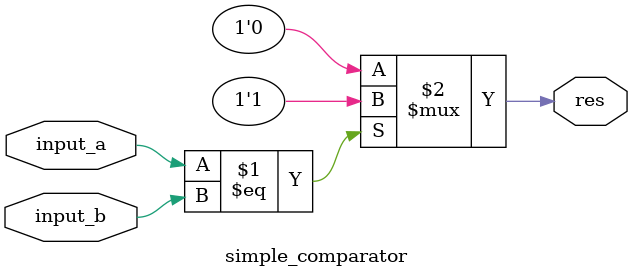
<source format=sv>
`timescale 1ns/1ps

module simple_comparator(
    input logic input_a,
    input logic input_b,
    output logic res
    );
    
    // assign res = (~input_a & ~input_b) | (input_a & input_b);
    assign res = (input_a == input_b) ? 1'b1 : 1'b0;

endmodule


</source>
